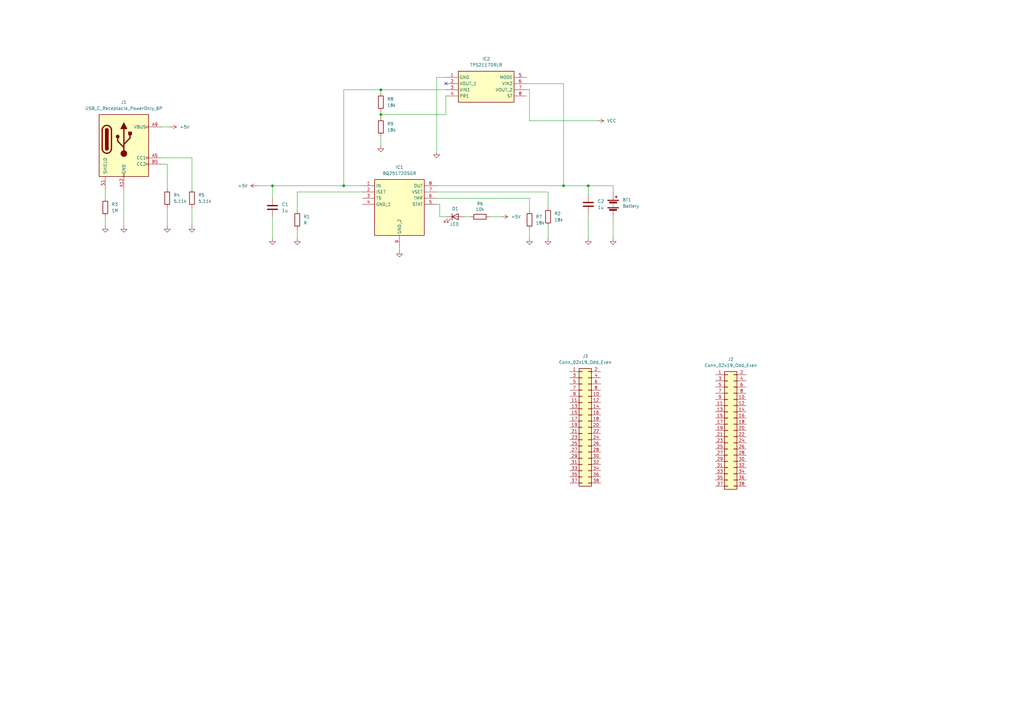
<source format=kicad_sch>
(kicad_sch (version 20231120) (generator "eeschema") (generator_version "8.0")
  (paper "A3")
  (lib_symbols
    (symbol "BQ25172DSGR:BQ25172DSGR"
      (property "Reference" "IC" (at 26.67 7.62 0))
      (property "Value" "BQ25172DSGR" (at 26.67 5.08 0))
      (symbol "BQ25172DSGR_1_1"
        (rectangle (start 5.08 2.54) (end 25.4 -20.32) (stroke (width 0.254)) (fill (type background)))
        (pin passive line (at 0 0 0) (length 5.08) (name "IN") (number "1"))
        (pin passive line (at 0 -2.54 0) (length 5.08) (name "ISET") (number "2"))
        (pin passive line (at 0 -5.08 0) (length 5.08) (name "TS") (number "3"))
        (pin passive line (at 0 -7.62 0) (length 5.08) (name "GND_1") (number "4"))
        (pin passive line (at 30.48 -7.62 180) (length 5.08) (name "STAT") (number "5"))
        (pin passive line (at 30.48 -5.08 180) (length 5.08) (name "TMR") (number "6"))
        (pin passive line (at 30.48 -2.54 180) (length 5.08) (name "VSET") (number "7"))
        (pin passive line (at 30.48 0 180) (length 5.08) (name "OUT") (number "8"))
        (pin passive line (at 15.24 -25.4 90) (length 5.08) (name "GND_2") (number "9"))
      )
    )
    (symbol "Connector:USB_C_Receptacle_PowerOnly_6P" (pin_names (offset 1.016))
      (property "Reference" "J" (at 0 16.51 0))
      (property "Value" "USB_C_Receptacle_PowerOnly_6P" (at 0 13.97 0))
      (symbol "USB_C_Receptacle_PowerOnly_6P_0_0"
        (rectangle (start -0.254 -12.7) (end 0.254 -11.684))
        (rectangle (start 10.16 -7.366) (end 9.144 -7.874))
        (rectangle (start 10.16 -4.826) (end 9.144 -5.334))
        (rectangle (start 10.16 7.874) (end 9.144 7.366))
      )
      (symbol "USB_C_Receptacle_PowerOnly_6P_0_1"
        (rectangle (start -10.16 12.7) (end 10.16 -12.7) (stroke (width 0.254)) (fill (type background)))
        (arc (start -8.89 -1.27) (mid -6.985 -3.1667) (end -5.08 -1.27) (stroke (width 0.508)))
        (arc (start -7.62 -1.27) (mid -6.985 -1.9023) (end -6.35 -1.27) (stroke (width 0.254)))
        (arc (start -7.62 -1.27) (mid -6.985 -1.9023) (end -6.35 -1.27) (stroke (width 0.254)) (fill (type outline)))
        (rectangle (start -7.62 -1.27) (end -6.35 6.35) (stroke (width 0.254)) (fill (type outline)))
        (arc (start -6.35 6.35) (mid -6.985 6.9823) (end -7.62 6.35) (stroke (width 0.254)))
        (arc (start -6.35 6.35) (mid -6.985 6.9823) (end -7.62 6.35) (stroke (width 0.254)) (fill (type outline)))
        (arc (start -5.08 6.35) (mid -6.985 8.2467) (end -8.89 6.35) (stroke (width 0.508)))
        (circle (center -2.54 3.683) (radius 0.635) (stroke (width 0.254)) (fill (type outline)))
        (circle (center 0 -3.302) (radius 1.27) (fill (type outline)))
        (polyline (pts (xy -8.89 -1.27) (xy -8.89 6.35)) (stroke (width 0.508)))
        (polyline (pts (xy -5.08 6.35) (xy -5.08 -1.27)) (stroke (width 0.508)))
        (polyline (pts (xy 0 -3.302) (xy 0 6.858)) (stroke (width 0.508)))
        (polyline (pts (xy 0 -0.762) (xy -2.54 1.778) (xy -2.54 3.048)) (stroke (width 0.508)))
        (polyline (pts (xy 0 0.508) (xy 2.54 3.048) (xy 2.54 4.318)) (stroke (width 0.508)))
        (polyline (pts (xy -1.27 6.858) (xy 0 9.398) (xy 1.27 6.858) (xy -1.27 6.858)) (stroke (width 0.254)) (fill (type outline)))
        (rectangle (start 1.905 4.318) (end 3.175 5.588) (stroke (width 0.254)) (fill (type outline)))
      )
      (symbol "USB_C_Receptacle_PowerOnly_6P_1_1"
        (pin passive line (at 0 -17.78 90) (length 5.08) (name "GND") (number "A12"))
        (pin bidirectional line (at 15.24 -5.08 180) (length 5.08) (name "CC1") (number "A5"))
        (pin passive line (at 15.24 7.62 180) (length 5.08) (name "VBUS") (number "A9"))
        (pin passive line (at 0 -17.78 90) (length 5.08) hide (name "GND") (number "B12"))
        (pin bidirectional line (at 15.24 -7.62 180) (length 5.08) (name "CC2") (number "B5"))
        (pin passive line (at 15.24 7.62 180) (length 5.08) hide (name "VBUS") (number "B9"))
        (pin passive line (at -7.62 -17.78 90) (length 5.08) (name "SHIELD") (number "S1"))
      )
    )
    (symbol "Connector_Generic:Conn_02x19_Odd_Even" (pin_names (offset 1.016) hide)
      (property "Reference" "J" (at 1.27 25.4 0))
      (property "Value" "Conn_02x19_Odd_Even" (at 1.27 -25.4 0))
      (symbol "Conn_02x19_Odd_Even_1_1"
        (rectangle (start -1.27 -22.733) (end 0 -22.987) (stroke (width 0.1524)))
        (rectangle (start -1.27 -20.193) (end 0 -20.447) (stroke (width 0.1524)))
        (rectangle (start -1.27 -17.653) (end 0 -17.907) (stroke (width 0.1524)))
        (rectangle (start -1.27 -15.113) (end 0 -15.367) (stroke (width 0.1524)))
        (rectangle (start -1.27 -12.573) (end 0 -12.827) (stroke (width 0.1524)))
        (rectangle (start -1.27 -10.033) (end 0 -10.287) (stroke (width 0.1524)))
        (rectangle (start -1.27 -7.493) (end 0 -7.747) (stroke (width 0.1524)))
        (rectangle (start -1.27 -4.953) (end 0 -5.207) (stroke (width 0.1524)))
        (rectangle (start -1.27 -2.413) (end 0 -2.667) (stroke (width 0.1524)))
        (rectangle (start -1.27 0.127) (end 0 -0.127) (stroke (width 0.1524)))
        (rectangle (start -1.27 2.667) (end 0 2.413) (stroke (width 0.1524)))
        (rectangle (start -1.27 5.207) (end 0 4.953) (stroke (width 0.1524)))
        (rectangle (start -1.27 7.747) (end 0 7.493) (stroke (width 0.1524)))
        (rectangle (start -1.27 10.287) (end 0 10.033) (stroke (width 0.1524)))
        (rectangle (start -1.27 12.827) (end 0 12.573) (stroke (width 0.1524)))
        (rectangle (start -1.27 15.367) (end 0 15.113) (stroke (width 0.1524)))
        (rectangle (start -1.27 17.907) (end 0 17.653) (stroke (width 0.1524)))
        (rectangle (start -1.27 20.447) (end 0 20.193) (stroke (width 0.1524)))
        (rectangle (start -1.27 22.987) (end 0 22.733) (stroke (width 0.1524)))
        (rectangle (start -1.27 24.13) (end 3.81 -24.13) (stroke (width 0.254)) (fill (type background)))
        (rectangle (start 3.81 -22.733) (end 2.54 -22.987) (stroke (width 0.1524)))
        (rectangle (start 3.81 -20.193) (end 2.54 -20.447) (stroke (width 0.1524)))
        (rectangle (start 3.81 -17.653) (end 2.54 -17.907) (stroke (width 0.1524)))
        (rectangle (start 3.81 -15.113) (end 2.54 -15.367) (stroke (width 0.1524)))
        (rectangle (start 3.81 -12.573) (end 2.54 -12.827) (stroke (width 0.1524)))
        (rectangle (start 3.81 -10.033) (end 2.54 -10.287) (stroke (width 0.1524)))
        (rectangle (start 3.81 -7.493) (end 2.54 -7.747) (stroke (width 0.1524)))
        (rectangle (start 3.81 -4.953) (end 2.54 -5.207) (stroke (width 0.1524)))
        (rectangle (start 3.81 -2.413) (end 2.54 -2.667) (stroke (width 0.1524)))
        (rectangle (start 3.81 0.127) (end 2.54 -0.127) (stroke (width 0.1524)))
        (rectangle (start 3.81 2.667) (end 2.54 2.413) (stroke (width 0.1524)))
        (rectangle (start 3.81 5.207) (end 2.54 4.953) (stroke (width 0.1524)))
        (rectangle (start 3.81 7.747) (end 2.54 7.493) (stroke (width 0.1524)))
        (rectangle (start 3.81 10.287) (end 2.54 10.033) (stroke (width 0.1524)))
        (rectangle (start 3.81 12.827) (end 2.54 12.573) (stroke (width 0.1524)))
        (rectangle (start 3.81 15.367) (end 2.54 15.113) (stroke (width 0.1524)))
        (rectangle (start 3.81 17.907) (end 2.54 17.653) (stroke (width 0.1524)))
        (rectangle (start 3.81 20.447) (end 2.54 20.193) (stroke (width 0.1524)))
        (rectangle (start 3.81 22.987) (end 2.54 22.733) (stroke (width 0.1524)))
        (pin passive line (at -5.08 22.86 0) (length 3.81) (name "Pin_1") (number "1"))
        (pin passive line (at 7.62 12.7 180) (length 3.81) (name "Pin_10") (number "10"))
        (pin passive line (at -5.08 10.16 0) (length 3.81) (name "Pin_11") (number "11"))
        (pin passive line (at 7.62 10.16 180) (length 3.81) (name "Pin_12") (number "12"))
        (pin passive line (at -5.08 7.62 0) (length 3.81) (name "Pin_13") (number "13"))
        (pin passive line (at 7.62 7.62 180) (length 3.81) (name "Pin_14") (number "14"))
        (pin passive line (at -5.08 5.08 0) (length 3.81) (name "Pin_15") (number "15"))
        (pin passive line (at 7.62 5.08 180) (length 3.81) (name "Pin_16") (number "16"))
        (pin passive line (at -5.08 2.54 0) (length 3.81) (name "Pin_17") (number "17"))
        (pin passive line (at 7.62 2.54 180) (length 3.81) (name "Pin_18") (number "18"))
        (pin passive line (at -5.08 0 0) (length 3.81) (name "Pin_19") (number "19"))
        (pin passive line (at 7.62 22.86 180) (length 3.81) (name "Pin_2") (number "2"))
        (pin passive line (at 7.62 0 180) (length 3.81) (name "Pin_20") (number "20"))
        (pin passive line (at -5.08 -2.54 0) (length 3.81) (name "Pin_21") (number "21"))
        (pin passive line (at 7.62 -2.54 180) (length 3.81) (name "Pin_22") (number "22"))
        (pin passive line (at -5.08 -5.08 0) (length 3.81) (name "Pin_23") (number "23"))
        (pin passive line (at 7.62 -5.08 180) (length 3.81) (name "Pin_24") (number "24"))
        (pin passive line (at -5.08 -7.62 0) (length 3.81) (name "Pin_25") (number "25"))
        (pin passive line (at 7.62 -7.62 180) (length 3.81) (name "Pin_26") (number "26"))
        (pin passive line (at -5.08 -10.16 0) (length 3.81) (name "Pin_27") (number "27"))
        (pin passive line (at 7.62 -10.16 180) (length 3.81) (name "Pin_28") (number "28"))
        (pin passive line (at -5.08 -12.7 0) (length 3.81) (name "Pin_29") (number "29"))
        (pin passive line (at -5.08 20.32 0) (length 3.81) (name "Pin_3") (number "3"))
        (pin passive line (at 7.62 -12.7 180) (length 3.81) (name "Pin_30") (number "30"))
        (pin passive line (at -5.08 -15.24 0) (length 3.81) (name "Pin_31") (number "31"))
        (pin passive line (at 7.62 -15.24 180) (length 3.81) (name "Pin_32") (number "32"))
        (pin passive line (at -5.08 -17.78 0) (length 3.81) (name "Pin_33") (number "33"))
        (pin passive line (at 7.62 -17.78 180) (length 3.81) (name "Pin_34") (number "34"))
        (pin passive line (at -5.08 -20.32 0) (length 3.81) (name "Pin_35") (number "35"))
        (pin passive line (at 7.62 -20.32 180) (length 3.81) (name "Pin_36") (number "36"))
        (pin passive line (at -5.08 -22.86 0) (length 3.81) (name "Pin_37") (number "37"))
        (pin passive line (at 7.62 -22.86 180) (length 3.81) (name "Pin_38") (number "38"))
        (pin passive line (at 7.62 20.32 180) (length 3.81) (name "Pin_4") (number "4"))
        (pin passive line (at -5.08 17.78 0) (length 3.81) (name "Pin_5") (number "5"))
        (pin passive line (at 7.62 17.78 180) (length 3.81) (name "Pin_6") (number "6"))
        (pin passive line (at -5.08 15.24 0) (length 3.81) (name "Pin_7") (number "7"))
        (pin passive line (at 7.62 15.24 180) (length 3.81) (name "Pin_8") (number "8"))
        (pin passive line (at -5.08 12.7 0) (length 3.81) (name "Pin_9") (number "9"))
      )
    )
    (symbol "Device:Battery" (pin_numbers hide) (pin_names (offset 0) hide)
      (property "Reference" "BT" (at 2.54 2.54 0))
      (property "Value" "Battery" (at 2.54 0 0))
      (symbol "Battery_0_1"
        (rectangle (start -2.286 -1.27) (end 2.286 -1.524) (fill (type outline)))
        (rectangle (start -2.286 1.778) (end 2.286 1.524) (fill (type outline)))
        (rectangle (start -1.524 -2.032) (end 1.524 -2.54) (fill (type outline)))
        (rectangle (start -1.524 1.016) (end 1.524 0.508) (fill (type outline)))
        (polyline (pts (xy 0 -1.016) (xy 0 -0.762)))
        (polyline (pts (xy 0 -0.508) (xy 0 -0.254)))
        (polyline (pts (xy 0 0) (xy 0 0.254)))
        (polyline (pts (xy 0 1.778) (xy 0 2.54)))
        (polyline (pts (xy 0.762 3.048) (xy 1.778 3.048)) (stroke (width 0.254)))
        (polyline (pts (xy 1.27 3.556) (xy 1.27 2.54)) (stroke (width 0.254)))
      )
      (symbol "Battery_1_1"
        (pin passive line (at 0 5.08 270) (length 2.54) (name "+") (number "1"))
        (pin passive line (at 0 -5.08 90) (length 2.54) (name "-") (number "2"))
      )
    )
    (symbol "Device:C" (pin_numbers hide) (pin_names (offset 0.254))
      (property "Reference" "C" (at 0.635 2.54 0))
      (property "Value" "C" (at 0.635 -2.54 0))
      (symbol "C_0_1"
        (polyline (pts (xy -2.032 -0.762) (xy 2.032 -0.762)) (stroke (width 0.508)))
        (polyline (pts (xy -2.032 0.762) (xy 2.032 0.762)) (stroke (width 0.508)))
      )
      (symbol "C_1_1"
        (pin passive line (at 0 3.81 270) (length 2.794) (name "~") (number "1"))
        (pin passive line (at 0 -3.81 90) (length 2.794) (name "~") (number "2"))
      )
    )
    (symbol "Device:LED" (pin_numbers hide) (pin_names (offset 1.016) hide)
      (property "Reference" "D" (at 0 2.54 0))
      (property "Value" "LED" (at 0 -2.54 0))
      (symbol "LED_0_1"
        (polyline (pts (xy -1.27 -1.27) (xy -1.27 1.27)) (stroke (width 0.254)))
        (polyline (pts (xy -1.27 0) (xy 1.27 0)))
        (polyline (pts (xy 1.27 -1.27) (xy 1.27 1.27) (xy -1.27 0) (xy 1.27 -1.27)) (stroke (width 0.254)))
        (polyline (pts (xy -3.048 -0.762) (xy -4.572 -2.286) (xy -3.81 -2.286) (xy -4.572 -2.286) (xy -4.572 -1.524)))
        (polyline (pts (xy -1.778 -0.762) (xy -3.302 -2.286) (xy -2.54 -2.286) (xy -3.302 -2.286) (xy -3.302 -1.524)))
      )
      (symbol "LED_1_1"
        (pin passive line (at -3.81 0 0) (length 2.54) (name "K") (number "1"))
        (pin passive line (at 3.81 0 180) (length 2.54) (name "A") (number "2"))
      )
    )
    (symbol "Device:R" (pin_numbers hide) (pin_names (offset 0))
      (property "Reference" "R" (at 2.032 0 90))
      (property "Value" "R" (at 0 0 90))
      (symbol "R_0_1"
        (rectangle (start -1.016 -2.54) (end 1.016 2.54) (stroke (width 0.254)))
      )
      (symbol "R_1_1"
        (pin passive line (at 0 3.81 270) (length 1.27) (name "~") (number "1"))
        (pin passive line (at 0 -3.81 90) (length 1.27) (name "~") (number "2"))
      )
    )
    (symbol "TPS2117DRLR:TPS2117DRLR"
      (property "Reference" "IC" (at 29.21 7.62 0))
      (property "Value" "TPS2117DRLR" (at 29.21 5.08 0))
      (symbol "TPS2117DRLR_1_1"
        (rectangle (start 5.08 2.54) (end 27.94 -10.16) (stroke (width 0.254)) (fill (type background)))
        (pin passive line (at 0 0 0) (length 5.08) (name "GND") (number "1"))
        (pin passive line (at 0 -2.54 0) (length 5.08) (name "VOUT_1") (number "2"))
        (pin passive line (at 0 -5.08 0) (length 5.08) (name "VIN1") (number "3"))
        (pin passive line (at 0 -7.62 0) (length 5.08) (name "PR1") (number "4"))
        (pin passive line (at 33.02 0 180) (length 5.08) (name "MODE") (number "5"))
        (pin passive line (at 33.02 -2.54 180) (length 5.08) (name "VIN2") (number "6"))
        (pin passive line (at 33.02 -5.08 180) (length 5.08) (name "VOUT_2") (number "7"))
        (pin passive line (at 33.02 -7.62 180) (length 5.08) (name "ST") (number "8"))
      )
    )
    (symbol "power:+5V" (power) (pin_numbers hide) (pin_names (offset 0) hide)
      (property "Value" "+5V" (at 0 3.556 0))
      (symbol "+5V_0_1"
        (polyline (pts (xy -0.762 1.27) (xy 0 2.54)))
        (polyline (pts (xy 0 0) (xy 0 2.54)))
        (polyline (pts (xy 0 2.54) (xy 0.762 1.27)))
      )
      (symbol "+5V_1_1"
        (pin power_in line (at 0 0 90) (length 0) (name "~") (number "1"))
      )
    )
    (symbol "power:GND" (power) (pin_numbers hide) (pin_names (offset 0) hide)
      (property "Value" "GND" (at 0 -3.81 0))
      (symbol "GND_0_1"
        (polyline (pts (xy 0 0) (xy 0 -1.27) (xy 1.27 -1.27) (xy 0 -2.54) (xy -1.27 -1.27) (xy 0 -1.27)))
      )
      (symbol "GND_1_1"
        (pin power_in line (at 0 0 270) (length 0) (name "~") (number "1"))
      )
    )
    (symbol "power:VCC" (power) (pin_numbers hide) (pin_names (offset 0) hide)
      (property "Value" "VCC" (at 0 3.556 0))
      (symbol "VCC_0_1"
        (polyline (pts (xy -0.762 1.27) (xy 0 2.54)))
        (polyline (pts (xy 0 0) (xy 0 2.54)))
        (polyline (pts (xy 0 2.54) (xy 0.762 1.27)))
      )
      (symbol "VCC_1_1"
        (pin power_in line (at 0 0 90) (length 0) (name "~") (number "1"))
      )
    )
  )
  (junction (at 156.21 46.99))
  (junction (at 231.14 76.2))
  (junction (at 140.97 76.2))
  (junction (at 241.3 76.2))
  (junction (at 156.21 36.83))
  (junction (at 111.76 76.2))
  (no_connect (at 182.88 34.29))
  (wire (pts (xy 180.34 88.9) (xy 182.88 88.9)))
  (wire (pts (xy 251.46 76.2) (xy 241.3 76.2)))
  (wire (pts (xy 179.07 76.2) (xy 231.14 76.2)))
  (wire (pts (xy 179.07 31.75) (xy 182.88 31.75)))
  (wire (pts (xy 241.3 76.2) (xy 231.14 76.2)))
  (wire (pts (xy 43.18 88.9) (xy 43.18 92.71)))
  (wire (pts (xy 156.21 46.99) (xy 156.21 48.26)))
  (wire (pts (xy 66.04 64.77) (xy 78.74 64.77)))
  (wire (pts (xy 179.07 83.82) (xy 180.34 83.82)))
  (wire (pts (xy 241.3 76.2) (xy 241.3 80.01)))
  (wire (pts (xy 241.3 87.63) (xy 241.3 97.79)))
  (wire (pts (xy 217.17 49.53) (xy 245.11 49.53)))
  (wire (pts (xy 251.46 88.9) (xy 251.46 97.79)))
  (wire (pts (xy 217.17 36.83) (xy 217.17 49.53)))
  (wire (pts (xy 111.76 81.28) (xy 111.76 76.2)))
  (wire (pts (xy 111.76 88.9) (xy 111.76 97.79)))
  (wire (pts (xy 121.92 93.98) (xy 121.92 97.79)))
  (wire (pts (xy 182.88 36.83) (xy 156.21 36.83)))
  (wire (pts (xy 105.41 76.2) (xy 111.76 76.2)))
  (wire (pts (xy 179.07 62.23) (xy 179.07 31.75)))
  (wire (pts (xy 66.04 52.07) (xy 69.85 52.07)))
  (wire (pts (xy 121.92 78.74) (xy 121.92 86.36)))
  (wire (pts (xy 180.34 83.82) (xy 180.34 88.9)))
  (wire (pts (xy 111.76 76.2) (xy 140.97 76.2)))
  (wire (pts (xy 182.88 46.99) (xy 182.88 39.37)))
  (wire (pts (xy 50.8 77.47) (xy 50.8 92.71)))
  (wire (pts (xy 43.18 77.47) (xy 43.18 81.28)))
  (wire (pts (xy 66.04 67.31) (xy 68.58 67.31)))
  (wire (pts (xy 163.83 101.6) (xy 163.83 102.87)))
  (wire (pts (xy 179.07 78.74) (xy 224.79 78.74)))
  (wire (pts (xy 156.21 46.99) (xy 182.88 46.99)))
  (wire (pts (xy 156.21 45.72) (xy 156.21 46.99)))
  (wire (pts (xy 140.97 76.2) (xy 148.59 76.2)))
  (wire (pts (xy 224.79 85.09) (xy 224.79 78.74)))
  (wire (pts (xy 190.5 88.9) (xy 193.04 88.9)))
  (wire (pts (xy 224.79 92.71) (xy 224.79 97.79)))
  (wire (pts (xy 156.21 36.83) (xy 156.21 38.1)))
  (wire (pts (xy 148.59 78.74) (xy 121.92 78.74)))
  (wire (pts (xy 156.21 36.83) (xy 140.97 36.83)))
  (wire (pts (xy 68.58 85.09) (xy 68.58 92.71)))
  (wire (pts (xy 68.58 67.31) (xy 68.58 77.47)))
  (wire (pts (xy 251.46 78.74) (xy 251.46 76.2)))
  (wire (pts (xy 78.74 85.09) (xy 78.74 92.71)))
  (wire (pts (xy 215.9 36.83) (xy 217.17 36.83)))
  (wire (pts (xy 179.07 81.28) (xy 217.17 81.28)))
  (wire (pts (xy 231.14 34.29) (xy 215.9 34.29)))
  (wire (pts (xy 156.21 55.88) (xy 156.21 59.69)))
  (wire (pts (xy 231.14 76.2) (xy 231.14 34.29)))
  (wire (pts (xy 78.74 64.77) (xy 78.74 77.47)))
  (wire (pts (xy 205.74 88.9) (xy 200.66 88.9)))
  (wire (pts (xy 217.17 81.28) (xy 217.17 86.36)))
  (wire (pts (xy 217.17 93.98) (xy 217.17 97.79)))
  (wire (pts (xy 140.97 36.83) (xy 140.97 76.2)))
  (symbol (lib_id "power:GND") (at 241.3 97.79 0) (unit 1)
    (property "Reference" "#PWR03" (effects (hide yes)))
    (property "Value" "GND" (effects (hide yes)))
    (property "Description" "Power symbol creates a global label with name \"GND\" , ground" (effects (hide yes)))
  )
  (symbol (lib_id "Device:R") (at 78.74 81.28 0) (unit 1)
    (property "Reference" "R5" (at 81.28 80.0099 0) (effects (justify left)))
    (property "Value" "5.11k" (at 81.28 82.5499 0) (effects (justify left)))
    (property "Description" "Resistor" (effects (hide yes)))
  )
  (symbol (lib_id "power:GND") (at 224.79 97.79 0) (unit 1)
    (property "Reference" "#PWR014" (effects (hide yes)))
    (property "Value" "GND" (effects (hide yes)))
    (property "Description" "Power symbol creates a global label with name \"GND\" , ground" (effects (hide yes)))
  )
  (symbol (lib_id "power:GND") (at 156.21 59.69 0) (unit 1)
    (property "Reference" "#PWR017" (effects (hide yes)))
    (property "Value" "GND" (effects (hide yes)))
    (property "Description" "Power symbol creates a global label with name \"GND\" , ground" (effects (hide yes)))
  )
  (symbol (lib_id "Connector:USB_C_Receptacle_PowerOnly_6P") (at 50.8 59.69 0) (unit 1)
    (property "Reference" "J1" (at 50.8 41.91 0))
    (property "Value" "USB_C_Receptacle_PowerOnly_6P" (at 50.8 44.45 0))
    (property "Datasheet" "https://www.usb.org/sites/default/files/documents/usb_type-c.zip" (effects (hide yes)))
    (property "Description" "USB Power-Only 6P Type-C Receptacle connector" (effects (hide yes)))
  )
  (symbol (lib_id "power:VCC") (at 245.11 49.53 270) (unit 1)
    (property "Reference" "#PWR06" (effects (hide yes)))
    (property "Value" "VCC" (at 248.92 49.5299 90) (effects (justify left)))
    (property "Description" "Power symbol creates a global label with name \"VCC\"" (effects (hide yes)))
  )
  (symbol (lib_id "power:GND") (at 43.18 92.71 0) (unit 1)
    (property "Reference" "#PWR08" (effects (hide yes)))
    (property "Value" "GND" (effects (hide yes)))
    (property "Description" "Power symbol creates a global label with name \"GND\" , ground" (effects (hide yes)))
  )
  (symbol (lib_id "Connector_Generic:Conn_02x19_Odd_Even") (at 238.76 175.26 0) (unit 1)
    (property "Reference" "J3" (at 240.03 146.05 0))
    (property "Value" "Conn_02x19_Odd_Even" (at 240.03 148.59 0))
    (property "Footprint" "Connector_PinHeader_2.54mm:PinHeader_2x19_P2.54mm_Vertical" (effects (hide yes)))
    (property "Description" "Generic connector, double row, 02x19, odd/even pin numbering scheme (row 1 odd numbers, row 2 even numbers), script generated (kicad-library-utils/schlib/autogen/connector/)" (effects (hide yes)))
  )
  (symbol (lib_id "power:GND") (at 163.83 102.87 0) (unit 1)
    (property "Reference" "#PWR01" (effects (hide yes)))
    (property "Value" "GND" (effects (hide yes)))
    (property "Description" "Power symbol creates a global label with name \"GND\" , ground" (effects (hide yes)))
  )
  (symbol (lib_id "Device:Battery") (at 251.46 83.82 0) (unit 1)
    (property "Reference" "BT1" (at 255.27 81.9784 0) (effects (justify left)))
    (property "Value" "Battery" (at 255.27 84.5184 0) (effects (justify left)))
    (property "Description" "Multiple-cell battery" (effects (hide yes)))
  )
  (symbol (lib_id "TPS2117DRLR:TPS2117DRLR") (at 182.88 31.75 0) (unit 1)
    (property "Reference" "IC2" (at 199.39 24.13 0))
    (property "Value" "TPS2117DRLR" (at 199.39 26.67 0))
    (property "Footprint" "SOTFL50P160X60-8N" (effects (hide yes)))
    (property "Datasheet" "https://www.ti.com/lit/ds/symlink/tps2117.pdf?ts=1704705133749&ref_url=https%253A%252F%252Fwww.ti.com%252Fproduct%252FTPS2117" (effects (hide yes)))
    (property "Description" "Power Switch ICs - Power Distribution 1.6-V to 5.5-V, 20-m?, 4-A low IQ power multiplexer with manual and priority switchover 8-SOT-5X3 -40 to 125" (effects (hide yes)))
    (property "Height" "0.6" (effects (hide yes)))
    (property "Mouser Part Number" "595-TPS2117DRLR" (effects (hide yes)))
    (property "Mouser Price/Stock" "https://www.mouser.co.uk/ProductDetail/Texas-Instruments/TPS2117DRLR?qs=HoCaDK9Nz5c%2FKe5lpCPPWQ%3D%3D" (effects (hide yes)))
    (property "Manufacturer_Name" "Texas Instruments" (effects (hide yes)))
    (property "Manufacturer_Part_Number" "TPS2117DRLR" (effects (hide yes)))
  )
  (symbol (lib_id "Device:LED") (at 186.69 88.9 0) (unit 1)
    (property "Reference" "D1" (at 186.69 85.598 0))
    (property "Value" "LED" (at 186.436 91.948 0))
    (property "Description" "Light emitting diode" (effects (hide yes)))
  )
  (symbol (lib_id "power:GND") (at 121.92 97.79 0) (unit 1)
    (property "Reference" "#PWR04" (effects (hide yes)))
    (property "Value" "GND" (effects (hide yes)))
    (property "Description" "Power symbol creates a global label with name \"GND\" , ground" (effects (hide yes)))
  )
  (symbol (lib_id "Device:R") (at 156.21 41.91 0) (unit 1)
    (property "Reference" "R8" (at 158.75 40.6399 0) (effects (justify left)))
    (property "Value" "18k" (at 158.75 43.1799 0) (effects (justify left)))
    (property "Description" "Resistor" (effects (hide yes)))
  )
  (symbol (lib_id "BQ25172DSGR:BQ25172DSGR") (at 148.59 76.2 0) (unit 1)
    (property "Reference" "IC1" (at 163.83 68.58 0))
    (property "Value" "BQ25172DSGR" (at 163.83 71.12 0))
    (property "Footprint" "SON50P200X200X80-9N" (effects (hide yes)))
    (property "Datasheet" "https://www.arrow.com/en/products/bq25172dsgr/texas-instruments?region=nac" (effects (hide yes)))
    (property "Description" "Battery Management 0.8-A, one- to six-cell NiMH stand-alone linear charger in a QFN package" (effects (hide yes)))
    (property "Height" "0.8" (effects (hide yes)))
    (property "Mouser Part Number" "595-BQ25172DSGR" (effects (hide yes)))
    (property "Mouser Price/Stock" "https://www.mouser.co.uk/ProductDetail/Texas-Instruments/BQ25172DSGR?qs=tlsG%2FOw5FFgckLJXIVn4PA%3D%3D" (effects (hide yes)))
    (property "Manufacturer_Name" "Texas Instruments" (effects (hide yes)))
    (property "Manufacturer_Part_Number" "BQ25172DSGR" (effects (hide yes)))
  )
  (symbol (lib_id "power:+5V") (at 69.85 52.07 270) (unit 1)
    (property "Reference" "#PWR010" (effects (hide yes)))
    (property "Value" "+5V" (at 73.66 52.0699 90) (effects (justify left)))
    (property "Description" "Power symbol creates a global label with name \"+5V\"" (effects (hide yes)))
  )
  (symbol (lib_id "power:+5V") (at 105.41 76.2 90) (unit 1)
    (property "Reference" "#PWR013" (effects (hide yes)))
    (property "Value" "+5V" (at 101.6 76.1999 90) (effects (justify left)))
    (property "Description" "Power symbol creates a global label with name \"+5V\"" (effects (hide yes)))
  )
  (symbol (lib_id "power:GND") (at 68.58 92.71 0) (unit 1)
    (property "Reference" "#PWR011" (effects (hide yes)))
    (property "Value" "GND" (effects (hide yes)))
    (property "Description" "Power symbol creates a global label with name \"GND\" , ground" (effects (hide yes)))
  )
  (symbol (lib_id "power:GND") (at 251.46 97.79 0) (unit 1)
    (property "Reference" "#PWR02" (effects (hide yes)))
    (property "Value" "GND" (effects (hide yes)))
    (property "Description" "Power symbol creates a global label with name \"GND\" , ground" (effects (hide yes)))
  )
  (symbol (lib_id "Device:R") (at 43.18 85.09 0) (unit 1)
    (property "Reference" "R3" (at 45.72 83.8199 0) (effects (justify left)))
    (property "Value" "1M" (at 45.72 86.3599 0) (effects (justify left)))
    (property "Description" "Resistor" (effects (hide yes)))
  )
  (symbol (lib_id "Device:R") (at 196.85 88.9 90) (unit 1)
    (property "Reference" "R6" (at 196.85 83.566 90))
    (property "Value" "10k" (at 196.85 85.852 90))
    (property "Description" "Resistor" (effects (hide yes)))
  )
  (symbol (lib_id "power:GND") (at 217.17 97.79 0) (unit 1)
    (property "Reference" "#PWR016" (effects (hide yes)))
    (property "Value" "GND" (effects (hide yes)))
    (property "Description" "Power symbol creates a global label with name \"GND\" , ground" (effects (hide yes)))
  )
  (symbol (lib_id "Device:R") (at 224.79 88.9 0) (unit 1)
    (property "Reference" "R2" (at 227.33 87.6299 0) (effects (justify left)))
    (property "Value" "18k" (at 227.33 90.1699 0) (effects (justify left)))
    (property "Description" "Resistor" (effects (hide yes)))
  )
  (symbol (lib_id "power:GND") (at 50.8 92.71 0) (unit 1)
    (property "Reference" "#PWR09" (effects (hide yes)))
    (property "Value" "GND" (effects (hide yes)))
    (property "Description" "Power symbol creates a global label with name \"GND\" , ground" (effects (hide yes)))
  )
  (symbol (lib_id "power:GND") (at 179.07 62.23 0) (unit 1)
    (property "Reference" "#PWR07" (effects (hide yes)))
    (property "Value" "GND" (effects (hide yes)))
    (property "Description" "Power symbol creates a global label with name \"GND\" , ground" (effects (hide yes)))
  )
  (symbol (lib_id "Device:R") (at 68.58 81.28 0) (unit 1)
    (property "Reference" "R4" (at 71.12 80.0099 0) (effects (justify left)))
    (property "Value" "5.11k" (at 71.12 82.5499 0) (effects (justify left)))
    (property "Description" "Resistor" (effects (hide yes)))
  )
  (symbol (lib_id "power:GND") (at 111.76 97.79 0) (unit 1)
    (property "Reference" "#PWR05" (effects (hide yes)))
    (property "Value" "GND" (effects (hide yes)))
    (property "Description" "Power symbol creates a global label with name \"GND\" , ground" (effects (hide yes)))
  )
  (symbol (lib_id "Connector_Generic:Conn_02x19_Odd_Even") (at 298.45 176.53 0) (unit 1)
    (property "Reference" "J2" (at 299.72 147.32 0))
    (property "Value" "Conn_02x19_Odd_Even" (at 299.72 149.86 0))
    (property "Footprint" "Connector_PinHeader_2.54mm:PinHeader_2x19_P2.54mm_Vertical" (effects (hide yes)))
    (property "Description" "Generic connector, double row, 02x19, odd/even pin numbering scheme (row 1 odd numbers, row 2 even numbers), script generated (kicad-library-utils/schlib/autogen/connector/)" (effects (hide yes)))
  )
  (symbol (lib_id "power:+5V") (at 205.74 88.9 270) (unit 1)
    (property "Reference" "#PWR015" (effects (hide yes)))
    (property "Value" "+5V" (at 209.55 88.8999 90) (effects (justify left)))
    (property "Description" "Power symbol creates a global label with name \"+5V\"" (effects (hide yes)))
  )
  (symbol (lib_id "Device:R") (at 156.21 52.07 0) (unit 1)
    (property "Reference" "R9" (at 158.75 50.7999 0) (effects (justify left)))
    (property "Value" "18k" (at 158.75 53.3399 0) (effects (justify left)))
    (property "Description" "Resistor" (effects (hide yes)))
  )
  (symbol (lib_id "Device:R") (at 121.92 90.17 0) (unit 1)
    (property "Reference" "R1" (at 124.46 88.8999 0) (effects (justify left)))
    (property "Value" "R" (at 124.46 91.4399 0) (effects (justify left)))
    (property "Description" "Resistor" (effects (hide yes)))
  )
  (symbol (lib_id "Device:R") (at 217.17 90.17 0) (unit 1)
    (property "Reference" "R7" (at 219.71 88.8999 0) (effects (justify left)))
    (property "Value" "18k" (at 219.71 91.4399 0) (effects (justify left)))
    (property "Description" "Resistor" (effects (hide yes)))
  )
  (symbol (lib_id "Device:C") (at 241.3 83.82 0) (unit 1)
    (property "Reference" "C2" (at 245.11 82.5499 0) (effects (justify left)))
    (property "Value" "1u" (at 245.11 85.0899 0) (effects (justify left)))
    (property "Description" "Unpolarized capacitor" (effects (hide yes)))
  )
  (symbol (lib_id "Device:C") (at 111.76 85.09 0) (unit 1)
    (property "Reference" "C1" (at 115.57 83.8199 0) (effects (justify left)))
    (property "Value" "1u" (at 115.57 86.3599 0) (effects (justify left)))
    (property "Description" "Unpolarized capacitor" (effects (hide yes)))
  )
  (symbol (lib_id "power:GND") (at 78.74 92.71 0) (unit 1)
    (property "Reference" "#PWR012" (effects (hide yes)))
    (property "Value" "GND" (effects (hide yes)))
    (property "Description" "Power symbol creates a global label with name \"GND\" , ground" (effects (hide yes)))
  )
)
</source>
